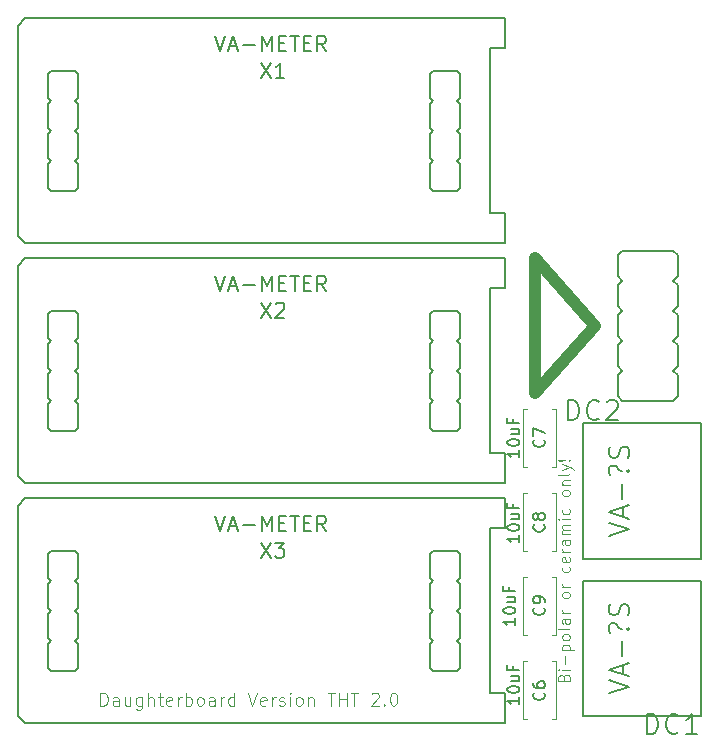
<source format=gbr>
%TF.GenerationSoftware,KiCad,Pcbnew,6.0.9-1.fc36*%
%TF.CreationDate,2022-12-06T19:06:56+01:00*%
%TF.ProjectId,iBolit_daughter,69426f6c-6974-45f6-9461-756768746572,rev?*%
%TF.SameCoordinates,Original*%
%TF.FileFunction,Legend,Top*%
%TF.FilePolarity,Positive*%
%FSLAX46Y46*%
G04 Gerber Fmt 4.6, Leading zero omitted, Abs format (unit mm)*
G04 Created by KiCad (PCBNEW 6.0.9-1.fc36) date 2022-12-06 19:06:56*
%MOMM*%
%LPD*%
G01*
G04 APERTURE LIST*
%ADD10C,1.016000*%
%ADD11C,0.081280*%
%ADD12C,0.091440*%
%ADD13C,0.150000*%
%ADD14C,0.142240*%
%ADD15C,0.120000*%
%ADD16C,0.203200*%
%ADD17C,0.127000*%
%ADD18C,0.152400*%
G04 APERTURE END LIST*
D10*
X163741100Y-95478600D02*
X168821100Y-101193600D01*
X168821100Y-101193600D02*
X163741100Y-106908600D01*
X163741100Y-106908600D02*
X163741100Y-95478600D01*
D11*
X166148657Y-130935403D02*
X166194619Y-130797517D01*
X166240580Y-130751555D01*
X166332504Y-130705593D01*
X166470390Y-130705593D01*
X166562314Y-130751555D01*
X166608276Y-130797517D01*
X166654238Y-130889441D01*
X166654238Y-131257136D01*
X165689038Y-131257136D01*
X165689038Y-130935403D01*
X165735000Y-130843479D01*
X165780961Y-130797517D01*
X165872885Y-130751555D01*
X165964809Y-130751555D01*
X166056733Y-130797517D01*
X166102695Y-130843479D01*
X166148657Y-130935403D01*
X166148657Y-131257136D01*
X166654238Y-130291936D02*
X166010771Y-130291936D01*
X165689038Y-130291936D02*
X165735000Y-130337898D01*
X165780961Y-130291936D01*
X165735000Y-130245974D01*
X165689038Y-130291936D01*
X165780961Y-130291936D01*
X166286542Y-129832317D02*
X166286542Y-129096927D01*
X166010771Y-128637308D02*
X166975971Y-128637308D01*
X166056733Y-128637308D02*
X166010771Y-128545384D01*
X166010771Y-128361536D01*
X166056733Y-128269612D01*
X166102695Y-128223651D01*
X166194619Y-128177689D01*
X166470390Y-128177689D01*
X166562314Y-128223651D01*
X166608276Y-128269612D01*
X166654238Y-128361536D01*
X166654238Y-128545384D01*
X166608276Y-128637308D01*
X166654238Y-127626146D02*
X166608276Y-127718070D01*
X166562314Y-127764032D01*
X166470390Y-127809993D01*
X166194619Y-127809993D01*
X166102695Y-127764032D01*
X166056733Y-127718070D01*
X166010771Y-127626146D01*
X166010771Y-127488260D01*
X166056733Y-127396336D01*
X166102695Y-127350374D01*
X166194619Y-127304412D01*
X166470390Y-127304412D01*
X166562314Y-127350374D01*
X166608276Y-127396336D01*
X166654238Y-127488260D01*
X166654238Y-127626146D01*
X166654238Y-126752870D02*
X166608276Y-126844793D01*
X166516352Y-126890755D01*
X165689038Y-126890755D01*
X166654238Y-125971517D02*
X166148657Y-125971517D01*
X166056733Y-126017479D01*
X166010771Y-126109403D01*
X166010771Y-126293251D01*
X166056733Y-126385174D01*
X166608276Y-125971517D02*
X166654238Y-126063441D01*
X166654238Y-126293251D01*
X166608276Y-126385174D01*
X166516352Y-126431136D01*
X166424428Y-126431136D01*
X166332504Y-126385174D01*
X166286542Y-126293251D01*
X166286542Y-126063441D01*
X166240580Y-125971517D01*
X166654238Y-125511898D02*
X166010771Y-125511898D01*
X166194619Y-125511898D02*
X166102695Y-125465936D01*
X166056733Y-125419974D01*
X166010771Y-125328051D01*
X166010771Y-125236127D01*
X166654238Y-124041117D02*
X166608276Y-124133041D01*
X166562314Y-124179003D01*
X166470390Y-124224965D01*
X166194619Y-124224965D01*
X166102695Y-124179003D01*
X166056733Y-124133041D01*
X166010771Y-124041117D01*
X166010771Y-123903232D01*
X166056733Y-123811308D01*
X166102695Y-123765346D01*
X166194619Y-123719384D01*
X166470390Y-123719384D01*
X166562314Y-123765346D01*
X166608276Y-123811308D01*
X166654238Y-123903232D01*
X166654238Y-124041117D01*
X166654238Y-123305727D02*
X166010771Y-123305727D01*
X166194619Y-123305727D02*
X166102695Y-123259765D01*
X166056733Y-123213803D01*
X166010771Y-123121879D01*
X166010771Y-123029955D01*
X166608276Y-121559174D02*
X166654238Y-121651098D01*
X166654238Y-121834946D01*
X166608276Y-121926870D01*
X166562314Y-121972832D01*
X166470390Y-122018793D01*
X166194619Y-122018793D01*
X166102695Y-121972832D01*
X166056733Y-121926870D01*
X166010771Y-121834946D01*
X166010771Y-121651098D01*
X166056733Y-121559174D01*
X166608276Y-120777822D02*
X166654238Y-120869746D01*
X166654238Y-121053593D01*
X166608276Y-121145517D01*
X166516352Y-121191479D01*
X166148657Y-121191479D01*
X166056733Y-121145517D01*
X166010771Y-121053593D01*
X166010771Y-120869746D01*
X166056733Y-120777822D01*
X166148657Y-120731860D01*
X166240580Y-120731860D01*
X166332504Y-121191479D01*
X166654238Y-120318203D02*
X166010771Y-120318203D01*
X166194619Y-120318203D02*
X166102695Y-120272241D01*
X166056733Y-120226279D01*
X166010771Y-120134355D01*
X166010771Y-120042432D01*
X166654238Y-119307041D02*
X166148657Y-119307041D01*
X166056733Y-119353003D01*
X166010771Y-119444927D01*
X166010771Y-119628774D01*
X166056733Y-119720698D01*
X166608276Y-119307041D02*
X166654238Y-119398965D01*
X166654238Y-119628774D01*
X166608276Y-119720698D01*
X166516352Y-119766660D01*
X166424428Y-119766660D01*
X166332504Y-119720698D01*
X166286542Y-119628774D01*
X166286542Y-119398965D01*
X166240580Y-119307041D01*
X166654238Y-118847422D02*
X166010771Y-118847422D01*
X166102695Y-118847422D02*
X166056733Y-118801460D01*
X166010771Y-118709536D01*
X166010771Y-118571651D01*
X166056733Y-118479727D01*
X166148657Y-118433765D01*
X166654238Y-118433765D01*
X166148657Y-118433765D02*
X166056733Y-118387803D01*
X166010771Y-118295879D01*
X166010771Y-118157993D01*
X166056733Y-118066070D01*
X166148657Y-118020108D01*
X166654238Y-118020108D01*
X166654238Y-117560489D02*
X166010771Y-117560489D01*
X165689038Y-117560489D02*
X165735000Y-117606451D01*
X165780961Y-117560489D01*
X165735000Y-117514527D01*
X165689038Y-117560489D01*
X165780961Y-117560489D01*
X166608276Y-116687212D02*
X166654238Y-116779136D01*
X166654238Y-116962984D01*
X166608276Y-117054908D01*
X166562314Y-117100870D01*
X166470390Y-117146832D01*
X166194619Y-117146832D01*
X166102695Y-117100870D01*
X166056733Y-117054908D01*
X166010771Y-116962984D01*
X166010771Y-116779136D01*
X166056733Y-116687212D01*
X166654238Y-115400279D02*
X166608276Y-115492203D01*
X166562314Y-115538165D01*
X166470390Y-115584127D01*
X166194619Y-115584127D01*
X166102695Y-115538165D01*
X166056733Y-115492203D01*
X166010771Y-115400279D01*
X166010771Y-115262393D01*
X166056733Y-115170470D01*
X166102695Y-115124508D01*
X166194619Y-115078546D01*
X166470390Y-115078546D01*
X166562314Y-115124508D01*
X166608276Y-115170470D01*
X166654238Y-115262393D01*
X166654238Y-115400279D01*
X166010771Y-114664889D02*
X166654238Y-114664889D01*
X166102695Y-114664889D02*
X166056733Y-114618927D01*
X166010771Y-114527003D01*
X166010771Y-114389117D01*
X166056733Y-114297193D01*
X166148657Y-114251232D01*
X166654238Y-114251232D01*
X166654238Y-113653727D02*
X166608276Y-113745651D01*
X166516352Y-113791612D01*
X165689038Y-113791612D01*
X166010771Y-113377955D02*
X166654238Y-113148146D01*
X166010771Y-112918336D02*
X166654238Y-113148146D01*
X166884047Y-113240070D01*
X166930009Y-113286032D01*
X166975971Y-113377955D01*
X166562314Y-112550641D02*
X166608276Y-112504679D01*
X166654238Y-112550641D01*
X166608276Y-112596603D01*
X166562314Y-112550641D01*
X166654238Y-112550641D01*
X166286542Y-112550641D02*
X165735000Y-112596603D01*
X165689038Y-112550641D01*
X165735000Y-112504679D01*
X166286542Y-112550641D01*
X165689038Y-112550641D01*
D12*
X126915164Y-133342742D02*
X126915164Y-132256892D01*
X127173699Y-132256892D01*
X127328821Y-132308600D01*
X127432235Y-132412014D01*
X127483942Y-132515428D01*
X127535649Y-132722257D01*
X127535649Y-132877378D01*
X127483942Y-133084207D01*
X127432235Y-133187621D01*
X127328821Y-133291035D01*
X127173699Y-133342742D01*
X126915164Y-133342742D01*
X128466378Y-133342742D02*
X128466378Y-132773964D01*
X128414671Y-132670550D01*
X128311256Y-132618842D01*
X128104428Y-132618842D01*
X128001014Y-132670550D01*
X128466378Y-133291035D02*
X128362964Y-133342742D01*
X128104428Y-133342742D01*
X128001014Y-133291035D01*
X127949306Y-133187621D01*
X127949306Y-133084207D01*
X128001014Y-132980792D01*
X128104428Y-132929085D01*
X128362964Y-132929085D01*
X128466378Y-132877378D01*
X129448814Y-132618842D02*
X129448814Y-133342742D01*
X128983449Y-132618842D02*
X128983449Y-133187621D01*
X129035156Y-133291035D01*
X129138571Y-133342742D01*
X129293692Y-133342742D01*
X129397106Y-133291035D01*
X129448814Y-133239328D01*
X130431249Y-132618842D02*
X130431249Y-133497864D01*
X130379542Y-133601278D01*
X130327835Y-133652985D01*
X130224421Y-133704692D01*
X130069299Y-133704692D01*
X129965885Y-133652985D01*
X130431249Y-133291035D02*
X130327835Y-133342742D01*
X130121006Y-133342742D01*
X130017592Y-133291035D01*
X129965885Y-133239328D01*
X129914178Y-133135914D01*
X129914178Y-132825671D01*
X129965885Y-132722257D01*
X130017592Y-132670550D01*
X130121006Y-132618842D01*
X130327835Y-132618842D01*
X130431249Y-132670550D01*
X130948321Y-133342742D02*
X130948321Y-132256892D01*
X131413685Y-133342742D02*
X131413685Y-132773964D01*
X131361978Y-132670550D01*
X131258564Y-132618842D01*
X131103442Y-132618842D01*
X131000028Y-132670550D01*
X130948321Y-132722257D01*
X131775635Y-132618842D02*
X132189292Y-132618842D01*
X131930756Y-132256892D02*
X131930756Y-133187621D01*
X131982464Y-133291035D01*
X132085878Y-133342742D01*
X132189292Y-133342742D01*
X132964899Y-133291035D02*
X132861485Y-133342742D01*
X132654656Y-133342742D01*
X132551242Y-133291035D01*
X132499535Y-133187621D01*
X132499535Y-132773964D01*
X132551242Y-132670550D01*
X132654656Y-132618842D01*
X132861485Y-132618842D01*
X132964899Y-132670550D01*
X133016606Y-132773964D01*
X133016606Y-132877378D01*
X132499535Y-132980792D01*
X133481971Y-133342742D02*
X133481971Y-132618842D01*
X133481971Y-132825671D02*
X133533678Y-132722257D01*
X133585385Y-132670550D01*
X133688799Y-132618842D01*
X133792214Y-132618842D01*
X134154164Y-133342742D02*
X134154164Y-132256892D01*
X134154164Y-132670550D02*
X134257578Y-132618842D01*
X134464406Y-132618842D01*
X134567821Y-132670550D01*
X134619528Y-132722257D01*
X134671235Y-132825671D01*
X134671235Y-133135914D01*
X134619528Y-133239328D01*
X134567821Y-133291035D01*
X134464406Y-133342742D01*
X134257578Y-133342742D01*
X134154164Y-133291035D01*
X135291721Y-133342742D02*
X135188306Y-133291035D01*
X135136599Y-133239328D01*
X135084892Y-133135914D01*
X135084892Y-132825671D01*
X135136599Y-132722257D01*
X135188306Y-132670550D01*
X135291721Y-132618842D01*
X135446842Y-132618842D01*
X135550256Y-132670550D01*
X135601964Y-132722257D01*
X135653671Y-132825671D01*
X135653671Y-133135914D01*
X135601964Y-133239328D01*
X135550256Y-133291035D01*
X135446842Y-133342742D01*
X135291721Y-133342742D01*
X136584399Y-133342742D02*
X136584399Y-132773964D01*
X136532692Y-132670550D01*
X136429278Y-132618842D01*
X136222449Y-132618842D01*
X136119035Y-132670550D01*
X136584399Y-133291035D02*
X136480985Y-133342742D01*
X136222449Y-133342742D01*
X136119035Y-133291035D01*
X136067328Y-133187621D01*
X136067328Y-133084207D01*
X136119035Y-132980792D01*
X136222449Y-132929085D01*
X136480985Y-132929085D01*
X136584399Y-132877378D01*
X137101471Y-133342742D02*
X137101471Y-132618842D01*
X137101471Y-132825671D02*
X137153178Y-132722257D01*
X137204885Y-132670550D01*
X137308299Y-132618842D01*
X137411714Y-132618842D01*
X138239028Y-133342742D02*
X138239028Y-132256892D01*
X138239028Y-133291035D02*
X138135614Y-133342742D01*
X137928785Y-133342742D01*
X137825371Y-133291035D01*
X137773664Y-133239328D01*
X137721956Y-133135914D01*
X137721956Y-132825671D01*
X137773664Y-132722257D01*
X137825371Y-132670550D01*
X137928785Y-132618842D01*
X138135614Y-132618842D01*
X138239028Y-132670550D01*
X139428292Y-132256892D02*
X139790242Y-133342742D01*
X140152192Y-132256892D01*
X140927799Y-133291035D02*
X140824385Y-133342742D01*
X140617556Y-133342742D01*
X140514142Y-133291035D01*
X140462435Y-133187621D01*
X140462435Y-132773964D01*
X140514142Y-132670550D01*
X140617556Y-132618842D01*
X140824385Y-132618842D01*
X140927799Y-132670550D01*
X140979506Y-132773964D01*
X140979506Y-132877378D01*
X140462435Y-132980792D01*
X141444871Y-133342742D02*
X141444871Y-132618842D01*
X141444871Y-132825671D02*
X141496578Y-132722257D01*
X141548285Y-132670550D01*
X141651699Y-132618842D01*
X141755114Y-132618842D01*
X142065356Y-133291035D02*
X142168771Y-133342742D01*
X142375599Y-133342742D01*
X142479014Y-133291035D01*
X142530721Y-133187621D01*
X142530721Y-133135914D01*
X142479014Y-133032500D01*
X142375599Y-132980792D01*
X142220478Y-132980792D01*
X142117064Y-132929085D01*
X142065356Y-132825671D01*
X142065356Y-132773964D01*
X142117064Y-132670550D01*
X142220478Y-132618842D01*
X142375599Y-132618842D01*
X142479014Y-132670550D01*
X142996085Y-133342742D02*
X142996085Y-132618842D01*
X142996085Y-132256892D02*
X142944378Y-132308600D01*
X142996085Y-132360307D01*
X143047792Y-132308600D01*
X142996085Y-132256892D01*
X142996085Y-132360307D01*
X143668278Y-133342742D02*
X143564864Y-133291035D01*
X143513156Y-133239328D01*
X143461449Y-133135914D01*
X143461449Y-132825671D01*
X143513156Y-132722257D01*
X143564864Y-132670550D01*
X143668278Y-132618842D01*
X143823399Y-132618842D01*
X143926814Y-132670550D01*
X143978521Y-132722257D01*
X144030228Y-132825671D01*
X144030228Y-133135914D01*
X143978521Y-133239328D01*
X143926814Y-133291035D01*
X143823399Y-133342742D01*
X143668278Y-133342742D01*
X144495592Y-132618842D02*
X144495592Y-133342742D01*
X144495592Y-132722257D02*
X144547299Y-132670550D01*
X144650714Y-132618842D01*
X144805835Y-132618842D01*
X144909249Y-132670550D01*
X144960956Y-132773964D01*
X144960956Y-133342742D01*
X146150221Y-132256892D02*
X146770706Y-132256892D01*
X146460464Y-133342742D02*
X146460464Y-132256892D01*
X147132656Y-133342742D02*
X147132656Y-132256892D01*
X147132656Y-132773964D02*
X147753142Y-132773964D01*
X147753142Y-133342742D02*
X147753142Y-132256892D01*
X148115092Y-132256892D02*
X148735578Y-132256892D01*
X148425335Y-133342742D02*
X148425335Y-132256892D01*
X149873135Y-132360307D02*
X149924842Y-132308600D01*
X150028256Y-132256892D01*
X150286792Y-132256892D01*
X150390206Y-132308600D01*
X150441914Y-132360307D01*
X150493621Y-132463721D01*
X150493621Y-132567135D01*
X150441914Y-132722257D01*
X149821428Y-133342742D01*
X150493621Y-133342742D01*
X150958985Y-133239328D02*
X151010692Y-133291035D01*
X150958985Y-133342742D01*
X150907278Y-133291035D01*
X150958985Y-133239328D01*
X150958985Y-133342742D01*
X151682885Y-132256892D02*
X151786299Y-132256892D01*
X151889714Y-132308600D01*
X151941421Y-132360307D01*
X151993128Y-132463721D01*
X152044835Y-132670550D01*
X152044835Y-132929085D01*
X151993128Y-133135914D01*
X151941421Y-133239328D01*
X151889714Y-133291035D01*
X151786299Y-133342742D01*
X151682885Y-133342742D01*
X151579471Y-133291035D01*
X151527764Y-133239328D01*
X151476056Y-133135914D01*
X151424349Y-132929085D01*
X151424349Y-132670550D01*
X151476056Y-132463721D01*
X151527764Y-132360307D01*
X151579471Y-132308600D01*
X151682885Y-132256892D01*
D13*
%TO.C,C9*%
X164441142Y-125047666D02*
X164488761Y-125095285D01*
X164536380Y-125238142D01*
X164536380Y-125333380D01*
X164488761Y-125476238D01*
X164393523Y-125571476D01*
X164298285Y-125619095D01*
X164107809Y-125666714D01*
X163964952Y-125666714D01*
X163774476Y-125619095D01*
X163679238Y-125571476D01*
X163584000Y-125476238D01*
X163536380Y-125333380D01*
X163536380Y-125238142D01*
X163584000Y-125095285D01*
X163631619Y-125047666D01*
X164536380Y-124571476D02*
X164536380Y-124381000D01*
X164488761Y-124285761D01*
X164441142Y-124238142D01*
X164298285Y-124142904D01*
X164107809Y-124095285D01*
X163726857Y-124095285D01*
X163631619Y-124142904D01*
X163584000Y-124190523D01*
X163536380Y-124285761D01*
X163536380Y-124476238D01*
X163584000Y-124571476D01*
X163631619Y-124619095D01*
X163726857Y-124666714D01*
X163964952Y-124666714D01*
X164060190Y-124619095D01*
X164107809Y-124571476D01*
X164155428Y-124476238D01*
X164155428Y-124285761D01*
X164107809Y-124190523D01*
X164060190Y-124142904D01*
X163964952Y-124095285D01*
X162036380Y-125952428D02*
X162036380Y-126523857D01*
X162036380Y-126238142D02*
X161036380Y-126238142D01*
X161179238Y-126333380D01*
X161274476Y-126428619D01*
X161322095Y-126523857D01*
X161036380Y-125333380D02*
X161036380Y-125238142D01*
X161084000Y-125142904D01*
X161131619Y-125095285D01*
X161226857Y-125047666D01*
X161417333Y-125000047D01*
X161655428Y-125000047D01*
X161845904Y-125047666D01*
X161941142Y-125095285D01*
X161988761Y-125142904D01*
X162036380Y-125238142D01*
X162036380Y-125333380D01*
X161988761Y-125428619D01*
X161941142Y-125476238D01*
X161845904Y-125523857D01*
X161655428Y-125571476D01*
X161417333Y-125571476D01*
X161226857Y-125523857D01*
X161131619Y-125476238D01*
X161084000Y-125428619D01*
X161036380Y-125333380D01*
X161369714Y-124142904D02*
X162036380Y-124142904D01*
X161369714Y-124571476D02*
X161893523Y-124571476D01*
X161988761Y-124523857D01*
X162036380Y-124428619D01*
X162036380Y-124285761D01*
X161988761Y-124190523D01*
X161941142Y-124142904D01*
X161512571Y-123333380D02*
X161512571Y-123666714D01*
X162036380Y-123666714D02*
X161036380Y-123666714D01*
X161036380Y-123190523D01*
%TO.C,C8*%
X164441142Y-117982666D02*
X164488761Y-118030285D01*
X164536380Y-118173142D01*
X164536380Y-118268380D01*
X164488761Y-118411238D01*
X164393523Y-118506476D01*
X164298285Y-118554095D01*
X164107809Y-118601714D01*
X163964952Y-118601714D01*
X163774476Y-118554095D01*
X163679238Y-118506476D01*
X163584000Y-118411238D01*
X163536380Y-118268380D01*
X163536380Y-118173142D01*
X163584000Y-118030285D01*
X163631619Y-117982666D01*
X163964952Y-117411238D02*
X163917333Y-117506476D01*
X163869714Y-117554095D01*
X163774476Y-117601714D01*
X163726857Y-117601714D01*
X163631619Y-117554095D01*
X163584000Y-117506476D01*
X163536380Y-117411238D01*
X163536380Y-117220761D01*
X163584000Y-117125523D01*
X163631619Y-117077904D01*
X163726857Y-117030285D01*
X163774476Y-117030285D01*
X163869714Y-117077904D01*
X163917333Y-117125523D01*
X163964952Y-117220761D01*
X163964952Y-117411238D01*
X164012571Y-117506476D01*
X164060190Y-117554095D01*
X164155428Y-117601714D01*
X164345904Y-117601714D01*
X164441142Y-117554095D01*
X164488761Y-117506476D01*
X164536380Y-117411238D01*
X164536380Y-117220761D01*
X164488761Y-117125523D01*
X164441142Y-117077904D01*
X164345904Y-117030285D01*
X164155428Y-117030285D01*
X164060190Y-117077904D01*
X164012571Y-117125523D01*
X163964952Y-117220761D01*
X162377380Y-118927428D02*
X162377380Y-119498857D01*
X162377380Y-119213142D02*
X161377380Y-119213142D01*
X161520238Y-119308380D01*
X161615476Y-119403619D01*
X161663095Y-119498857D01*
X161377380Y-118308380D02*
X161377380Y-118213142D01*
X161425000Y-118117904D01*
X161472619Y-118070285D01*
X161567857Y-118022666D01*
X161758333Y-117975047D01*
X161996428Y-117975047D01*
X162186904Y-118022666D01*
X162282142Y-118070285D01*
X162329761Y-118117904D01*
X162377380Y-118213142D01*
X162377380Y-118308380D01*
X162329761Y-118403619D01*
X162282142Y-118451238D01*
X162186904Y-118498857D01*
X161996428Y-118546476D01*
X161758333Y-118546476D01*
X161567857Y-118498857D01*
X161472619Y-118451238D01*
X161425000Y-118403619D01*
X161377380Y-118308380D01*
X161710714Y-117117904D02*
X162377380Y-117117904D01*
X161710714Y-117546476D02*
X162234523Y-117546476D01*
X162329761Y-117498857D01*
X162377380Y-117403619D01*
X162377380Y-117260761D01*
X162329761Y-117165523D01*
X162282142Y-117117904D01*
X161853571Y-116308380D02*
X161853571Y-116641714D01*
X162377380Y-116641714D02*
X161377380Y-116641714D01*
X161377380Y-116165523D01*
%TO.C,C6*%
X164441142Y-132246666D02*
X164488761Y-132294285D01*
X164536380Y-132437142D01*
X164536380Y-132532380D01*
X164488761Y-132675238D01*
X164393523Y-132770476D01*
X164298285Y-132818095D01*
X164107809Y-132865714D01*
X163964952Y-132865714D01*
X163774476Y-132818095D01*
X163679238Y-132770476D01*
X163584000Y-132675238D01*
X163536380Y-132532380D01*
X163536380Y-132437142D01*
X163584000Y-132294285D01*
X163631619Y-132246666D01*
X163536380Y-131389523D02*
X163536380Y-131580000D01*
X163584000Y-131675238D01*
X163631619Y-131722857D01*
X163774476Y-131818095D01*
X163964952Y-131865714D01*
X164345904Y-131865714D01*
X164441142Y-131818095D01*
X164488761Y-131770476D01*
X164536380Y-131675238D01*
X164536380Y-131484761D01*
X164488761Y-131389523D01*
X164441142Y-131341904D01*
X164345904Y-131294285D01*
X164107809Y-131294285D01*
X164012571Y-131341904D01*
X163964952Y-131389523D01*
X163917333Y-131484761D01*
X163917333Y-131675238D01*
X163964952Y-131770476D01*
X164012571Y-131818095D01*
X164107809Y-131865714D01*
X162377380Y-132643428D02*
X162377380Y-133214857D01*
X162377380Y-132929142D02*
X161377380Y-132929142D01*
X161520238Y-133024380D01*
X161615476Y-133119619D01*
X161663095Y-133214857D01*
X161377380Y-132024380D02*
X161377380Y-131929142D01*
X161425000Y-131833904D01*
X161472619Y-131786285D01*
X161567857Y-131738666D01*
X161758333Y-131691047D01*
X161996428Y-131691047D01*
X162186904Y-131738666D01*
X162282142Y-131786285D01*
X162329761Y-131833904D01*
X162377380Y-131929142D01*
X162377380Y-132024380D01*
X162329761Y-132119619D01*
X162282142Y-132167238D01*
X162186904Y-132214857D01*
X161996428Y-132262476D01*
X161758333Y-132262476D01*
X161567857Y-132214857D01*
X161472619Y-132167238D01*
X161425000Y-132119619D01*
X161377380Y-132024380D01*
X161710714Y-130833904D02*
X162377380Y-130833904D01*
X161710714Y-131262476D02*
X162234523Y-131262476D01*
X162329761Y-131214857D01*
X162377380Y-131119619D01*
X162377380Y-130976761D01*
X162329761Y-130881523D01*
X162282142Y-130833904D01*
X161853571Y-130024380D02*
X161853571Y-130357714D01*
X162377380Y-130357714D02*
X161377380Y-130357714D01*
X161377380Y-129881523D01*
%TO.C,C7*%
X164441142Y-110823666D02*
X164488761Y-110871285D01*
X164536380Y-111014142D01*
X164536380Y-111109380D01*
X164488761Y-111252238D01*
X164393523Y-111347476D01*
X164298285Y-111395095D01*
X164107809Y-111442714D01*
X163964952Y-111442714D01*
X163774476Y-111395095D01*
X163679238Y-111347476D01*
X163584000Y-111252238D01*
X163536380Y-111109380D01*
X163536380Y-111014142D01*
X163584000Y-110871285D01*
X163631619Y-110823666D01*
X163536380Y-110490333D02*
X163536380Y-109823666D01*
X164536380Y-110252238D01*
X162377380Y-111728428D02*
X162377380Y-112299857D01*
X162377380Y-112014142D02*
X161377380Y-112014142D01*
X161520238Y-112109380D01*
X161615476Y-112204619D01*
X161663095Y-112299857D01*
X161377380Y-111109380D02*
X161377380Y-111014142D01*
X161425000Y-110918904D01*
X161472619Y-110871285D01*
X161567857Y-110823666D01*
X161758333Y-110776047D01*
X161996428Y-110776047D01*
X162186904Y-110823666D01*
X162282142Y-110871285D01*
X162329761Y-110918904D01*
X162377380Y-111014142D01*
X162377380Y-111109380D01*
X162329761Y-111204619D01*
X162282142Y-111252238D01*
X162186904Y-111299857D01*
X161996428Y-111347476D01*
X161758333Y-111347476D01*
X161567857Y-111299857D01*
X161472619Y-111252238D01*
X161425000Y-111204619D01*
X161377380Y-111109380D01*
X161710714Y-109918904D02*
X162377380Y-109918904D01*
X161710714Y-110347476D02*
X162234523Y-110347476D01*
X162329761Y-110299857D01*
X162377380Y-110204619D01*
X162377380Y-110061761D01*
X162329761Y-109966523D01*
X162282142Y-109918904D01*
X161853571Y-109109380D02*
X161853571Y-109442714D01*
X162377380Y-109442714D02*
X161377380Y-109442714D01*
X161377380Y-108966523D01*
D14*
%TO.C,DC2*%
X166483622Y-109190366D02*
X166483622Y-107501266D01*
X166885789Y-107501266D01*
X167127089Y-107581700D01*
X167287956Y-107742566D01*
X167368389Y-107903433D01*
X167448822Y-108225166D01*
X167448822Y-108466466D01*
X167368389Y-108788200D01*
X167287956Y-108949066D01*
X167127089Y-109109933D01*
X166885789Y-109190366D01*
X166483622Y-109190366D01*
X169137922Y-109029500D02*
X169057489Y-109109933D01*
X168816189Y-109190366D01*
X168655322Y-109190366D01*
X168414022Y-109109933D01*
X168253156Y-108949066D01*
X168172722Y-108788200D01*
X168092289Y-108466466D01*
X168092289Y-108225166D01*
X168172722Y-107903433D01*
X168253156Y-107742566D01*
X168414022Y-107581700D01*
X168655322Y-107501266D01*
X168816189Y-107501266D01*
X169057489Y-107581700D01*
X169137922Y-107662133D01*
X169781389Y-107662133D02*
X169861822Y-107581700D01*
X170022689Y-107501266D01*
X170424856Y-107501266D01*
X170585722Y-107581700D01*
X170666156Y-107662133D01*
X170746589Y-107823000D01*
X170746589Y-107983866D01*
X170666156Y-108225166D01*
X169700956Y-109190366D01*
X170746589Y-109190366D01*
X169992066Y-118960277D02*
X171681166Y-118397244D01*
X169992066Y-117834210D01*
X171198566Y-117351610D02*
X171198566Y-116547277D01*
X171681166Y-117512477D02*
X169992066Y-116949444D01*
X171681166Y-116386410D01*
X171037700Y-115823377D02*
X171037700Y-114536444D01*
X171520300Y-113490810D02*
X171600733Y-113410377D01*
X171681166Y-113490810D01*
X171600733Y-113571244D01*
X171520300Y-113490810D01*
X171681166Y-113490810D01*
X170072500Y-113812544D02*
X169992066Y-113651677D01*
X169992066Y-113249510D01*
X170072500Y-113088644D01*
X170233366Y-113008210D01*
X170394233Y-113008210D01*
X170555100Y-113088644D01*
X170635533Y-113169077D01*
X170715966Y-113329944D01*
X170796400Y-113410377D01*
X170957266Y-113490810D01*
X171037700Y-113490810D01*
X171600733Y-112364744D02*
X171681166Y-112123444D01*
X171681166Y-111721277D01*
X171600733Y-111560410D01*
X171520300Y-111479977D01*
X171359433Y-111399544D01*
X171198566Y-111399544D01*
X171037700Y-111479977D01*
X170957266Y-111560410D01*
X170876833Y-111721277D01*
X170796400Y-112043010D01*
X170715966Y-112203877D01*
X170635533Y-112284310D01*
X170474666Y-112364744D01*
X170313800Y-112364744D01*
X170152933Y-112284310D01*
X170072500Y-112203877D01*
X169992066Y-112043010D01*
X169992066Y-111640844D01*
X170072500Y-111399544D01*
%TO.C,DC1*%
X173189222Y-135758766D02*
X173189222Y-134069666D01*
X173591389Y-134069666D01*
X173832689Y-134150100D01*
X173993556Y-134310966D01*
X174073989Y-134471833D01*
X174154422Y-134793566D01*
X174154422Y-135034866D01*
X174073989Y-135356600D01*
X173993556Y-135517466D01*
X173832689Y-135678333D01*
X173591389Y-135758766D01*
X173189222Y-135758766D01*
X175843522Y-135597900D02*
X175763089Y-135678333D01*
X175521789Y-135758766D01*
X175360922Y-135758766D01*
X175119622Y-135678333D01*
X174958756Y-135517466D01*
X174878322Y-135356600D01*
X174797889Y-135034866D01*
X174797889Y-134793566D01*
X174878322Y-134471833D01*
X174958756Y-134310966D01*
X175119622Y-134150100D01*
X175360922Y-134069666D01*
X175521789Y-134069666D01*
X175763089Y-134150100D01*
X175843522Y-134230533D01*
X177452189Y-135758766D02*
X176486989Y-135758766D01*
X176969589Y-135758766D02*
X176969589Y-134069666D01*
X176808722Y-134310966D01*
X176647856Y-134471833D01*
X176486989Y-134552266D01*
X169992066Y-132295277D02*
X171681166Y-131732244D01*
X169992066Y-131169210D01*
X171198566Y-130686610D02*
X171198566Y-129882277D01*
X171681166Y-130847477D02*
X169992066Y-130284444D01*
X171681166Y-129721410D01*
X171037700Y-129158377D02*
X171037700Y-127871444D01*
X171520300Y-126825810D02*
X171600733Y-126745377D01*
X171681166Y-126825810D01*
X171600733Y-126906244D01*
X171520300Y-126825810D01*
X171681166Y-126825810D01*
X170072500Y-127147544D02*
X169992066Y-126986677D01*
X169992066Y-126584510D01*
X170072500Y-126423644D01*
X170233366Y-126343210D01*
X170394233Y-126343210D01*
X170555100Y-126423644D01*
X170635533Y-126504077D01*
X170715966Y-126664944D01*
X170796400Y-126745377D01*
X170957266Y-126825810D01*
X171037700Y-126825810D01*
X171600733Y-125699744D02*
X171681166Y-125458444D01*
X171681166Y-125056277D01*
X171600733Y-124895410D01*
X171520300Y-124814977D01*
X171359433Y-124734544D01*
X171198566Y-124734544D01*
X171037700Y-124814977D01*
X170957266Y-124895410D01*
X170876833Y-125056277D01*
X170796400Y-125378010D01*
X170715966Y-125538877D01*
X170635533Y-125619310D01*
X170474666Y-125699744D01*
X170313800Y-125699744D01*
X170152933Y-125619310D01*
X170072500Y-125538877D01*
X169992066Y-125378010D01*
X169992066Y-124975844D01*
X170072500Y-124734544D01*
D13*
%TO.C,X3*%
X140488004Y-119548123D02*
X141334671Y-120818123D01*
X141334671Y-119548123D02*
X140488004Y-120818123D01*
X141697528Y-119548123D02*
X142483719Y-119548123D01*
X142060385Y-120031933D01*
X142241814Y-120031933D01*
X142362766Y-120092409D01*
X142423242Y-120152885D01*
X142483719Y-120273838D01*
X142483719Y-120576219D01*
X142423242Y-120697171D01*
X142362766Y-120757647D01*
X142241814Y-120818123D01*
X141878957Y-120818123D01*
X141758004Y-120757647D01*
X141697528Y-120697171D01*
X136641719Y-117262123D02*
X137065052Y-118532123D01*
X137488385Y-117262123D01*
X137851242Y-118169266D02*
X138456004Y-118169266D01*
X137730290Y-118532123D02*
X138153623Y-117262123D01*
X138576957Y-118532123D01*
X139000290Y-118048314D02*
X139967909Y-118048314D01*
X140572671Y-118532123D02*
X140572671Y-117262123D01*
X140996004Y-118169266D01*
X141419338Y-117262123D01*
X141419338Y-118532123D01*
X142024100Y-117866885D02*
X142447433Y-117866885D01*
X142628861Y-118532123D02*
X142024100Y-118532123D01*
X142024100Y-117262123D01*
X142628861Y-117262123D01*
X142991719Y-117262123D02*
X143717433Y-117262123D01*
X143354576Y-118532123D02*
X143354576Y-117262123D01*
X144140766Y-117866885D02*
X144564100Y-117866885D01*
X144745528Y-118532123D02*
X144140766Y-118532123D01*
X144140766Y-117262123D01*
X144745528Y-117262123D01*
X146015528Y-118532123D02*
X145592195Y-117927361D01*
X145289814Y-118532123D02*
X145289814Y-117262123D01*
X145773623Y-117262123D01*
X145894576Y-117322600D01*
X145955052Y-117383076D01*
X146015528Y-117504028D01*
X146015528Y-117685457D01*
X145955052Y-117806409D01*
X145894576Y-117866885D01*
X145773623Y-117927361D01*
X145289814Y-117927361D01*
%TO.C,X2*%
X140488004Y-99228123D02*
X141334671Y-100498123D01*
X141334671Y-99228123D02*
X140488004Y-100498123D01*
X141758004Y-99349076D02*
X141818480Y-99288600D01*
X141939433Y-99228123D01*
X142241814Y-99228123D01*
X142362766Y-99288600D01*
X142423242Y-99349076D01*
X142483719Y-99470028D01*
X142483719Y-99590980D01*
X142423242Y-99772409D01*
X141697528Y-100498123D01*
X142483719Y-100498123D01*
X136641719Y-96942123D02*
X137065052Y-98212123D01*
X137488385Y-96942123D01*
X137851242Y-97849266D02*
X138456004Y-97849266D01*
X137730290Y-98212123D02*
X138153623Y-96942123D01*
X138576957Y-98212123D01*
X139000290Y-97728314D02*
X139967909Y-97728314D01*
X140572671Y-98212123D02*
X140572671Y-96942123D01*
X140996004Y-97849266D01*
X141419338Y-96942123D01*
X141419338Y-98212123D01*
X142024100Y-97546885D02*
X142447433Y-97546885D01*
X142628861Y-98212123D02*
X142024100Y-98212123D01*
X142024100Y-96942123D01*
X142628861Y-96942123D01*
X142991719Y-96942123D02*
X143717433Y-96942123D01*
X143354576Y-98212123D02*
X143354576Y-96942123D01*
X144140766Y-97546885D02*
X144564100Y-97546885D01*
X144745528Y-98212123D02*
X144140766Y-98212123D01*
X144140766Y-96942123D01*
X144745528Y-96942123D01*
X146015528Y-98212123D02*
X145592195Y-97607361D01*
X145289814Y-98212123D02*
X145289814Y-96942123D01*
X145773623Y-96942123D01*
X145894576Y-97002600D01*
X145955052Y-97063076D01*
X146015528Y-97184028D01*
X146015528Y-97365457D01*
X145955052Y-97486409D01*
X145894576Y-97546885D01*
X145773623Y-97607361D01*
X145289814Y-97607361D01*
%TO.C,X1*%
X140488004Y-78908123D02*
X141334671Y-80178123D01*
X141334671Y-78908123D02*
X140488004Y-80178123D01*
X142483719Y-80178123D02*
X141758004Y-80178123D01*
X142120861Y-80178123D02*
X142120861Y-78908123D01*
X141999909Y-79089552D01*
X141878957Y-79210504D01*
X141758004Y-79270980D01*
X136641719Y-76622123D02*
X137065052Y-77892123D01*
X137488385Y-76622123D01*
X137851242Y-77529266D02*
X138456004Y-77529266D01*
X137730290Y-77892123D02*
X138153623Y-76622123D01*
X138576957Y-77892123D01*
X139000290Y-77408314D02*
X139967909Y-77408314D01*
X140572671Y-77892123D02*
X140572671Y-76622123D01*
X140996004Y-77529266D01*
X141419338Y-76622123D01*
X141419338Y-77892123D01*
X142024100Y-77226885D02*
X142447433Y-77226885D01*
X142628861Y-77892123D02*
X142024100Y-77892123D01*
X142024100Y-76622123D01*
X142628861Y-76622123D01*
X142991719Y-76622123D02*
X143717433Y-76622123D01*
X143354576Y-77892123D02*
X143354576Y-76622123D01*
X144140766Y-77226885D02*
X144564100Y-77226885D01*
X144745528Y-77892123D02*
X144140766Y-77892123D01*
X144140766Y-76622123D01*
X144745528Y-76622123D01*
X146015528Y-77892123D02*
X145592195Y-77287361D01*
X145289814Y-77892123D02*
X145289814Y-76622123D01*
X145773623Y-76622123D01*
X145894576Y-76682600D01*
X145955052Y-76743076D01*
X146015528Y-76864028D01*
X146015528Y-77045457D01*
X145955052Y-77166409D01*
X145894576Y-77226885D01*
X145773623Y-77287361D01*
X145289814Y-77287361D01*
D15*
%TO.C,C9*%
X165454000Y-122411000D02*
X165454000Y-127351000D01*
X165454000Y-122411000D02*
X165139000Y-122411000D01*
X163029000Y-127351000D02*
X162714000Y-127351000D01*
X165454000Y-127351000D02*
X165139000Y-127351000D01*
X162714000Y-122411000D02*
X162714000Y-127351000D01*
X163029000Y-122411000D02*
X162714000Y-122411000D01*
%TO.C,C8*%
X165454000Y-115346000D02*
X165454000Y-120286000D01*
X165454000Y-115346000D02*
X165139000Y-115346000D01*
X163029000Y-120286000D02*
X162714000Y-120286000D01*
X165454000Y-120286000D02*
X165139000Y-120286000D01*
X162714000Y-115346000D02*
X162714000Y-120286000D01*
X163029000Y-115346000D02*
X162714000Y-115346000D01*
%TO.C,C6*%
X165454000Y-129523000D02*
X165454000Y-134463000D01*
X165454000Y-129523000D02*
X165139000Y-129523000D01*
X163029000Y-134463000D02*
X162714000Y-134463000D01*
X165454000Y-134463000D02*
X165139000Y-134463000D01*
X162714000Y-129523000D02*
X162714000Y-134463000D01*
X163029000Y-129523000D02*
X162714000Y-129523000D01*
%TO.C,C7*%
X165454000Y-108187000D02*
X165454000Y-113127000D01*
X165454000Y-108187000D02*
X165139000Y-108187000D01*
X163029000Y-113127000D02*
X162714000Y-113127000D01*
X165454000Y-113127000D02*
X165139000Y-113127000D01*
X162714000Y-108187000D02*
X162714000Y-113127000D01*
X163029000Y-108187000D02*
X162714000Y-108187000D01*
D16*
%TO.C,DC2*%
X167741600Y-109413600D02*
X177741600Y-109413600D01*
X167741600Y-120913600D02*
X167741600Y-109413600D01*
X177741600Y-109413600D02*
X177741600Y-120913600D01*
X177741600Y-120913600D02*
X167741600Y-120913600D01*
%TO.C,DC1*%
X167741600Y-122748600D02*
X177741600Y-122748600D01*
X167741600Y-134248600D02*
X167741600Y-122748600D01*
X177741600Y-122748600D02*
X177741600Y-134248600D01*
X177741600Y-134248600D02*
X167741600Y-134248600D01*
D17*
%TO.C,X3*%
X159931100Y-118338600D02*
X159931100Y-132308600D01*
X161201100Y-115798600D02*
X161201100Y-118338600D01*
X161201100Y-118338600D02*
X159931100Y-118338600D01*
X159931100Y-132308600D02*
X161201100Y-132308600D01*
X120561100Y-115798600D02*
X161201100Y-115798600D01*
X120561100Y-115798600D02*
X119926100Y-116433600D01*
X161201100Y-132308600D02*
X161201100Y-134848600D01*
X161201100Y-134848600D02*
X120561100Y-134848600D01*
X119926100Y-134213600D02*
X119926100Y-116433600D01*
X120561100Y-134848600D02*
X119926100Y-134213600D01*
%TO.C,X2*%
X159931100Y-98018600D02*
X159931100Y-111988600D01*
X161201100Y-95478600D02*
X161201100Y-98018600D01*
X161201100Y-98018600D02*
X159931100Y-98018600D01*
X159931100Y-111988600D02*
X161201100Y-111988600D01*
X120561100Y-95478600D02*
X161201100Y-95478600D01*
X120561100Y-95478600D02*
X119926100Y-96113600D01*
X161201100Y-111988600D02*
X161201100Y-114528600D01*
X161201100Y-114528600D02*
X120561100Y-114528600D01*
X119926100Y-113893600D02*
X119926100Y-96113600D01*
X120561100Y-114528600D02*
X119926100Y-113893600D01*
%TO.C,X1*%
X159931100Y-77698600D02*
X159931100Y-91668600D01*
X161201100Y-75158600D02*
X161201100Y-77698600D01*
X161201100Y-77698600D02*
X159931100Y-77698600D01*
X159931100Y-91668600D02*
X161201100Y-91668600D01*
X120561100Y-75158600D02*
X161201100Y-75158600D01*
X120561100Y-75158600D02*
X119926100Y-75793600D01*
X161201100Y-91668600D02*
X161201100Y-94208600D01*
X161201100Y-94208600D02*
X120561100Y-94208600D01*
X119926100Y-93573600D02*
X119926100Y-75793600D01*
X120561100Y-94208600D02*
X119926100Y-93573600D01*
D18*
%TO.C,JP2*%
X171107100Y-102463600D02*
X170726100Y-102082600D01*
X170726100Y-104622600D02*
X170726100Y-102844600D01*
X171107100Y-99923600D02*
X170726100Y-99542600D01*
X175806100Y-97764600D02*
X175806100Y-99542600D01*
X175806100Y-100304600D02*
X175425100Y-99923600D01*
X171107100Y-97383600D02*
X170726100Y-97764600D01*
X170726100Y-102082600D02*
X170726100Y-100304600D01*
X170726100Y-107162600D02*
X170726100Y-105384600D01*
X175425100Y-105003600D02*
X175806100Y-104622600D01*
X175425100Y-107543600D02*
X175806100Y-107162600D01*
X171107100Y-97383600D02*
X170726100Y-97002600D01*
X171107100Y-102463600D02*
X170726100Y-102844600D01*
X175806100Y-97764600D02*
X175425100Y-97383600D01*
X175425100Y-97383600D02*
X175806100Y-97002600D01*
X171107100Y-107543600D02*
X170726100Y-107162600D01*
X171107100Y-99923600D02*
X170726100Y-100304600D01*
X170726100Y-105384600D02*
X171107100Y-105003600D01*
X175806100Y-95224600D02*
X175806100Y-97002600D01*
X171107100Y-94843600D02*
X175425100Y-94843600D01*
X175806100Y-102844600D02*
X175806100Y-104622600D01*
X175425100Y-102463600D02*
X175806100Y-102844600D01*
X175425100Y-105003600D02*
X175806100Y-105384600D01*
X171107100Y-94843600D02*
X170726100Y-95224600D01*
X175806100Y-100304600D02*
X175806100Y-102082600D01*
X175806100Y-95224600D02*
X175425100Y-94843600D01*
X170726100Y-99542600D02*
X170726100Y-97764600D01*
X171107100Y-105003600D02*
X170726100Y-104622600D01*
X175425100Y-107543600D02*
X171107100Y-107543600D01*
X175806100Y-107162600D02*
X175806100Y-105384600D01*
X175425100Y-99923600D02*
X175806100Y-99542600D01*
X170726100Y-97002600D02*
X170726100Y-95224600D01*
X175425100Y-102463600D02*
X175806100Y-102082600D01*
%TO.C,JP3*%
X122466100Y-87477600D02*
X122720100Y-87223600D01*
X122720100Y-79603600D02*
X124752100Y-79603600D01*
X122466100Y-84937600D02*
X122720100Y-84683600D01*
X124752100Y-87223600D02*
X125006100Y-86969600D01*
X122466100Y-82397600D02*
X122720100Y-82143600D01*
X125006100Y-82397600D02*
X124752100Y-82143600D01*
X125006100Y-84937600D02*
X125006100Y-86969600D01*
X125006100Y-79857600D02*
X124752100Y-79603600D01*
X122720100Y-89763600D02*
X122466100Y-89509600D01*
X125006100Y-79857600D02*
X125006100Y-81889600D01*
X122466100Y-87477600D02*
X122466100Y-89509600D01*
X122720100Y-87223600D02*
X122466100Y-86969600D01*
X125006100Y-87477600D02*
X124752100Y-87223600D01*
X122466100Y-84937600D02*
X122466100Y-86969600D01*
X122466100Y-79857600D02*
X122720100Y-79603600D01*
X124752100Y-89763600D02*
X122720100Y-89763600D01*
X124752100Y-84683600D02*
X125006100Y-84429600D01*
X122720100Y-84683600D02*
X122466100Y-84429600D01*
X124752100Y-89763600D02*
X125006100Y-89509600D01*
X125006100Y-84937600D02*
X124752100Y-84683600D01*
X124752100Y-82143600D02*
X125006100Y-81889600D01*
X122720100Y-82143600D02*
X122466100Y-81889600D01*
X125006100Y-82397600D02*
X125006100Y-84429600D01*
X122466100Y-79857600D02*
X122466100Y-81889600D01*
X125006100Y-87477600D02*
X125006100Y-89509600D01*
X122466100Y-82397600D02*
X122466100Y-84429600D01*
%TO.C,JP4*%
X125006100Y-100177600D02*
X124752100Y-99923600D01*
X125006100Y-105257600D02*
X125006100Y-107289600D01*
X125006100Y-102717600D02*
X124752100Y-102463600D01*
X124752100Y-110083600D02*
X122720100Y-110083600D01*
X125006100Y-105257600D02*
X124752100Y-105003600D01*
X122720100Y-102463600D02*
X122466100Y-102209600D01*
X125006100Y-100177600D02*
X125006100Y-102209600D01*
X122720100Y-107543600D02*
X122466100Y-107289600D01*
X125006100Y-107797600D02*
X125006100Y-109829600D01*
X122466100Y-100177600D02*
X122466100Y-102209600D01*
X122720100Y-105003600D02*
X122466100Y-104749600D01*
X124752100Y-110083600D02*
X125006100Y-109829600D01*
X122466100Y-100177600D02*
X122720100Y-99923600D01*
X122720100Y-110083600D02*
X122466100Y-109829600D01*
X122466100Y-107797600D02*
X122720100Y-107543600D01*
X122466100Y-105257600D02*
X122466100Y-107289600D01*
X125006100Y-102717600D02*
X125006100Y-104749600D01*
X124752100Y-102463600D02*
X125006100Y-102209600D01*
X122466100Y-107797600D02*
X122466100Y-109829600D01*
X122466100Y-105257600D02*
X122720100Y-105003600D01*
X124752100Y-105003600D02*
X125006100Y-104749600D01*
X122466100Y-102717600D02*
X122466100Y-104749600D01*
X125006100Y-107797600D02*
X124752100Y-107543600D01*
X122466100Y-102717600D02*
X122720100Y-102463600D01*
X124752100Y-107543600D02*
X125006100Y-107289600D01*
X122720100Y-99923600D02*
X124752100Y-99923600D01*
%TO.C,JP5*%
X124752100Y-127863600D02*
X125006100Y-127609600D01*
X125006100Y-125577600D02*
X125006100Y-127609600D01*
X122720100Y-122783600D02*
X122466100Y-122529600D01*
X125006100Y-128117600D02*
X124752100Y-127863600D01*
X125006100Y-123037600D02*
X125006100Y-125069600D01*
X122466100Y-123037600D02*
X122720100Y-122783600D01*
X124752100Y-130403600D02*
X125006100Y-130149600D01*
X122466100Y-128117600D02*
X122720100Y-127863600D01*
X124752100Y-122783600D02*
X125006100Y-122529600D01*
X124752100Y-125323600D02*
X125006100Y-125069600D01*
X122720100Y-127863600D02*
X122466100Y-127609600D01*
X122720100Y-120243600D02*
X124752100Y-120243600D01*
X122720100Y-130403600D02*
X122466100Y-130149600D01*
X125006100Y-120497600D02*
X125006100Y-122529600D01*
X122466100Y-125577600D02*
X122720100Y-125323600D01*
X122466100Y-120497600D02*
X122720100Y-120243600D01*
X122466100Y-125577600D02*
X122466100Y-127609600D01*
X124752100Y-130403600D02*
X122720100Y-130403600D01*
X122720100Y-125323600D02*
X122466100Y-125069600D01*
X122466100Y-120497600D02*
X122466100Y-122529600D01*
X125006100Y-123037600D02*
X124752100Y-122783600D01*
X125006100Y-128117600D02*
X125006100Y-130149600D01*
X122466100Y-128117600D02*
X122466100Y-130149600D01*
X125006100Y-120497600D02*
X124752100Y-120243600D01*
X125006100Y-125577600D02*
X124752100Y-125323600D01*
X122466100Y-123037600D02*
X122466100Y-125069600D01*
%TO.C,JP6*%
X154851100Y-81889600D02*
X155105100Y-82143600D01*
X155105100Y-79603600D02*
X157137100Y-79603600D01*
X155105100Y-84683600D02*
X154851100Y-84937600D01*
X155105100Y-79603600D02*
X154851100Y-79857600D01*
X157137100Y-84683600D02*
X157391100Y-84937600D01*
X157391100Y-86969600D02*
X157391100Y-84937600D01*
X157391100Y-84429600D02*
X157391100Y-82397600D01*
X154851100Y-89509600D02*
X155105100Y-89763600D01*
X154851100Y-86969600D02*
X154851100Y-84937600D01*
X154851100Y-84429600D02*
X154851100Y-82397600D01*
X154851100Y-81889600D02*
X154851100Y-79857600D01*
X155105100Y-87223600D02*
X154851100Y-87477600D01*
X157391100Y-84429600D02*
X157137100Y-84683600D01*
X157137100Y-79603600D02*
X157391100Y-79857600D01*
X157391100Y-89509600D02*
X157137100Y-89763600D01*
X157137100Y-87223600D02*
X157391100Y-87477600D01*
X157391100Y-86969600D02*
X157137100Y-87223600D01*
X157137100Y-82143600D02*
X157391100Y-82397600D01*
X155105100Y-82143600D02*
X154851100Y-82397600D01*
X157391100Y-81889600D02*
X157391100Y-79857600D01*
X154851100Y-86969600D02*
X155105100Y-87223600D01*
X157137100Y-89763600D02*
X155105100Y-89763600D01*
X154851100Y-89509600D02*
X154851100Y-87477600D01*
X157391100Y-89509600D02*
X157391100Y-87477600D01*
X157391100Y-81889600D02*
X157137100Y-82143600D01*
X154851100Y-84429600D02*
X155105100Y-84683600D01*
%TO.C,JP7*%
X157391100Y-102209600D02*
X157391100Y-100177600D01*
X154851100Y-102209600D02*
X154851100Y-100177600D01*
X154851100Y-104749600D02*
X155105100Y-105003600D01*
X157137100Y-102463600D02*
X157391100Y-102717600D01*
X154851100Y-107289600D02*
X155105100Y-107543600D01*
X154851100Y-109829600D02*
X154851100Y-107797600D01*
X157391100Y-107289600D02*
X157137100Y-107543600D01*
X157391100Y-107289600D02*
X157391100Y-105257600D01*
X157391100Y-104749600D02*
X157137100Y-105003600D01*
X157137100Y-107543600D02*
X157391100Y-107797600D01*
X157137100Y-99923600D02*
X157391100Y-100177600D01*
X155105100Y-102463600D02*
X154851100Y-102717600D01*
X157391100Y-104749600D02*
X157391100Y-102717600D01*
X155105100Y-99923600D02*
X157137100Y-99923600D01*
X157391100Y-102209600D02*
X157137100Y-102463600D01*
X154851100Y-104749600D02*
X154851100Y-102717600D01*
X154851100Y-107289600D02*
X154851100Y-105257600D01*
X157137100Y-105003600D02*
X157391100Y-105257600D01*
X155105100Y-107543600D02*
X154851100Y-107797600D01*
X157391100Y-109829600D02*
X157137100Y-110083600D01*
X154851100Y-102209600D02*
X155105100Y-102463600D01*
X155105100Y-99923600D02*
X154851100Y-100177600D01*
X154851100Y-109829600D02*
X155105100Y-110083600D01*
X157391100Y-109829600D02*
X157391100Y-107797600D01*
X155105100Y-105003600D02*
X154851100Y-105257600D01*
X157137100Y-110083600D02*
X155105100Y-110083600D01*
%TO.C,JP8*%
X157391100Y-122529600D02*
X157391100Y-120497600D01*
X154851100Y-127609600D02*
X154851100Y-125577600D01*
X157391100Y-130149600D02*
X157137100Y-130403600D01*
X157391100Y-125069600D02*
X157391100Y-123037600D01*
X154851100Y-122529600D02*
X154851100Y-120497600D01*
X155105100Y-127863600D02*
X154851100Y-128117600D01*
X157391100Y-127609600D02*
X157137100Y-127863600D01*
X154851100Y-125069600D02*
X155105100Y-125323600D01*
X154851100Y-130149600D02*
X154851100Y-128117600D01*
X154851100Y-122529600D02*
X155105100Y-122783600D01*
X157137100Y-120243600D02*
X157391100Y-120497600D01*
X154851100Y-127609600D02*
X155105100Y-127863600D01*
X157391100Y-122529600D02*
X157137100Y-122783600D01*
X157137100Y-125323600D02*
X157391100Y-125577600D01*
X154851100Y-125069600D02*
X154851100Y-123037600D01*
X157137100Y-130403600D02*
X155105100Y-130403600D01*
X154851100Y-130149600D02*
X155105100Y-130403600D01*
X155105100Y-125323600D02*
X154851100Y-125577600D01*
X157391100Y-125069600D02*
X157137100Y-125323600D01*
X157391100Y-127609600D02*
X157391100Y-125577600D01*
X157391100Y-130149600D02*
X157391100Y-128117600D01*
X157137100Y-127863600D02*
X157391100Y-128117600D01*
X155105100Y-120243600D02*
X157137100Y-120243600D01*
X157137100Y-122783600D02*
X157391100Y-123037600D01*
X155105100Y-120243600D02*
X154851100Y-120497600D01*
X155105100Y-122783600D02*
X154851100Y-123037600D01*
%TD*%
M02*

</source>
